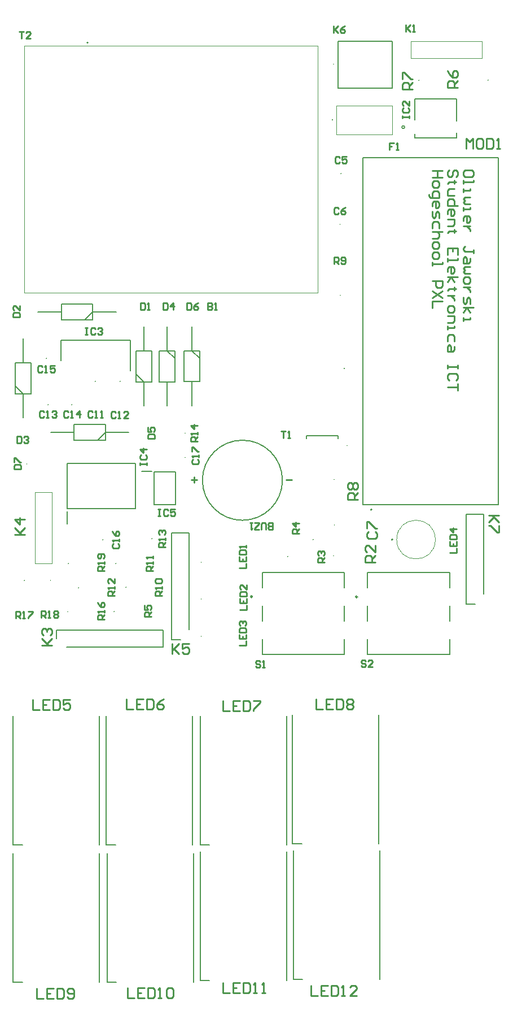
<source format=gbr>
%TF.GenerationSoftware,Altium Limited,Altium Designer,24.3.1 (35)*%
G04 Layer_Color=65535*
%FSLAX25Y25*%
%MOIN*%
%TF.SameCoordinates,1C50E6C9-DA4A-4B26-87AC-B265A0C711DB*%
%TF.FilePolarity,Positive*%
%TF.FileFunction,Legend,Top*%
%TF.Part,Single*%
G01*
G75*
%TA.AperFunction,NonConductor*%
%ADD50C,0.00787*%
%ADD51C,0.00394*%
%ADD52C,0.00500*%
%ADD53C,0.00600*%
%ADD54C,0.00984*%
%ADD55C,0.01000*%
D50*
X55197Y414890D02*
G03*
X55197Y414890I-197J0D01*
G01*
X199697Y465610D02*
G03*
X199697Y465610I-197J0D01*
G01*
X200166Y537390D02*
G03*
X200166Y537390I-197J0D01*
G01*
X199697Y507390D02*
G03*
X199697Y507390I-197J0D01*
G01*
X196197Y356933D02*
G03*
X196197Y356933I-197J0D01*
G01*
X246307Y592500D02*
G03*
X246307Y592500I-197J0D01*
G01*
X287087D02*
G03*
X287087Y592500I-197J0D01*
G01*
X230051Y321500D02*
G03*
X230839Y321500I394J0D01*
G01*
D02*
G03*
X230051Y321500I-394J0D01*
G01*
X183697Y321567D02*
G03*
X183697Y321567I-197J0D01*
G01*
X66264Y279000D02*
G03*
X66264Y279000I-197J0D01*
G01*
X195850Y312000D02*
G03*
X195850Y312000I-197J0D01*
G01*
X196307Y330000D02*
G03*
X196307Y330000I-197J0D01*
G01*
X168807Y311500D02*
G03*
X168807Y311500I-197J0D01*
G01*
X218394Y339185D02*
G03*
X218394Y339185I-394J0D01*
G01*
X67307Y307500D02*
G03*
X67307Y307500I-197J0D01*
G01*
X13197Y297390D02*
G03*
X13197Y297390I-197J0D01*
G01*
X39307Y307500D02*
G03*
X39307Y307500I-197J0D01*
G01*
X45264Y292993D02*
G03*
X45264Y292993I-197J0D01*
G01*
X202332Y422500D02*
G03*
X201938Y422500I-197J0D01*
G01*
D02*
G03*
X202332Y422500I197J0D01*
G01*
D02*
G03*
X201938Y422500I-197J0D01*
G01*
X88587Y322000D02*
G03*
X88587Y322000I-197J0D01*
G01*
X28697Y297390D02*
G03*
X28697Y297390I-197J0D01*
G01*
X73307Y293500D02*
G03*
X73307Y293500I-197J0D01*
G01*
X38807Y279000D02*
G03*
X38807Y279000I-197J0D01*
G01*
X59587Y321500D02*
G03*
X59587Y321500I-197J0D01*
G01*
X108087Y370000D02*
G03*
X108087Y370000I-197J0D01*
G01*
Y384310D02*
G03*
X108087Y384310I-197J0D01*
G01*
X41204Y401110D02*
G03*
X41204Y401110I-197J0D01*
G01*
X26296Y428567D02*
G03*
X26296Y428567I-197J0D01*
G01*
X69697Y414890D02*
G03*
X69697Y414890I-197J0D01*
G01*
X27197Y401110D02*
G03*
X27197Y401110I-197J0D01*
G01*
X194945Y569000D02*
G03*
X195339Y569000I197J0D01*
G01*
D02*
G03*
X194945Y569000I-197J0D01*
G01*
D02*
G03*
X195339Y569000I197J0D01*
G01*
X50106Y614591D02*
G03*
X50894Y614591I394J0D01*
G01*
D02*
G03*
X50106Y614591I-394J0D01*
G01*
X57492Y60508D02*
Y136492D01*
X6508Y60508D02*
Y136492D01*
Y60508D02*
X12000D01*
X112992D02*
Y136492D01*
X62008Y60508D02*
Y136492D01*
Y60508D02*
X67500D01*
X222992Y62008D02*
Y137992D01*
X172008Y62008D02*
Y137992D01*
Y62008D02*
X177500D01*
X167992Y61508D02*
Y137492D01*
X117008Y61508D02*
Y137492D01*
Y61508D02*
X122500D01*
X222492Y142008D02*
Y217992D01*
X171508Y142008D02*
Y217992D01*
Y142008D02*
X177000D01*
X57492Y141508D02*
Y217492D01*
X6508Y141508D02*
Y217492D01*
Y141508D02*
X12000D01*
X167992D02*
Y217492D01*
X117008Y141508D02*
Y217492D01*
Y141508D02*
X122500D01*
X112492D02*
Y217492D01*
X61508Y141508D02*
Y217492D01*
Y141508D02*
X67000D01*
X274283Y283361D02*
X279500D01*
X274283D02*
Y336314D01*
X284421D01*
Y289345D02*
Y336314D01*
X198370Y381055D02*
Y382630D01*
X179630D02*
X198370D01*
X179630Y381055D02*
Y382630D01*
X110421Y268500D02*
Y325469D01*
X100283D02*
X110421D01*
X100283Y262516D02*
Y325469D01*
Y262516D02*
X105500D01*
X215894Y253671D02*
X264319D01*
X215894Y293140D02*
Y302097D01*
Y273455D02*
Y282313D01*
Y253671D02*
Y262628D01*
Y302097D02*
X264319D01*
Y293140D02*
Y302097D01*
Y273455D02*
Y282313D01*
Y253671D02*
Y262628D01*
X153787Y253784D02*
X202213D01*
X153787Y293253D02*
Y302210D01*
Y273568D02*
Y282426D01*
Y253784D02*
Y262741D01*
Y302210D02*
X202213D01*
Y293253D02*
Y302210D01*
Y273568D02*
Y282426D01*
Y253784D02*
Y262741D01*
X38000Y258079D02*
X94969D01*
Y268217D01*
X32016D02*
X94969D01*
X32016Y263000D02*
Y268217D01*
X89701Y361420D02*
X102299D01*
Y342129D02*
Y361420D01*
X89701Y342129D02*
X102299D01*
X89701D02*
Y361420D01*
X82417Y361932D02*
X88323D01*
X38418Y330657D02*
Y338236D01*
X38300Y339614D02*
X78851D01*
Y366386D01*
X38300D02*
X78851D01*
X38300Y339614D02*
Y366386D01*
X112000Y400480D02*
Y414602D01*
Y432909D02*
Y447032D01*
Y432909D02*
X116626Y428283D01*
X107374Y432909D02*
X116626D01*
X107374Y414602D02*
Y432909D01*
Y414602D02*
X116626D01*
Y432909D01*
X83810Y432898D02*
Y447020D01*
Y400469D02*
Y414591D01*
X79184Y419217D02*
X83810Y414591D01*
X79184D02*
X88436D01*
Y432898D01*
X79184D02*
X88436D01*
X79184Y414591D02*
Y432898D01*
X42504Y380074D02*
X61008D01*
X42504D02*
Y389326D01*
X61008D01*
Y380074D02*
Y389326D01*
X56382Y380074D02*
X61008Y384700D01*
X74886D01*
X28626D02*
X42504D01*
X97500Y400469D02*
Y414591D01*
Y432898D02*
Y447020D01*
Y432898D02*
X102126Y428272D01*
X92874Y432898D02*
X102126D01*
X92874Y414591D02*
Y432898D01*
Y414591D02*
X102126D01*
Y432898D01*
X34679Y427000D02*
Y439205D01*
X75624D01*
Y421094D02*
Y439205D01*
X12500Y425829D02*
Y439951D01*
Y393400D02*
Y407522D01*
X7874Y412148D02*
X12500Y407522D01*
X7874D02*
X17126D01*
Y425829D01*
X7874D02*
X17126D01*
X7874Y407522D02*
Y425829D01*
X20980Y455716D02*
X35102D01*
X53409D02*
X67532D01*
X48783Y451090D02*
X53409Y455716D01*
Y451090D02*
Y460342D01*
X35102D02*
X53409D01*
X35102Y451090D02*
Y460342D01*
Y451090D02*
X53409D01*
X198445Y587827D02*
Y615386D01*
Y587827D02*
X230335D01*
Y615386D01*
X198445D02*
X230335D01*
D51*
X203567Y377000D02*
G03*
X203961Y377000I197J0D01*
G01*
D02*
G03*
X203567Y377000I-197J0D01*
G01*
X255917Y321500D02*
G03*
X233083Y321500I-11417J0D01*
G01*
D02*
G03*
X255917Y321500I11417J0D01*
G01*
X117551Y264266D02*
G03*
X117551Y264659I0J197D01*
G01*
D02*
G03*
X117551Y264266I0J-197D01*
G01*
Y308000D02*
G03*
X117551Y308394I0J197D01*
G01*
D02*
G03*
X117551Y308000I0J-197D01*
G01*
Y286133D02*
G03*
X117551Y286527I0J197D01*
G01*
D02*
G03*
X117551Y286133I0J-197D01*
G01*
X14551Y366000D02*
G03*
X14551Y366394I0J197D01*
G01*
D02*
G03*
X14551Y366000I0J-197D01*
G01*
X196083Y602000D02*
G03*
X195689Y602000I-197J0D01*
G01*
D02*
G03*
X196083Y602000I197J0D01*
G01*
X241516Y605579D02*
Y615421D01*
Y605579D02*
X283484D01*
Y615421D01*
X241516D02*
X283484D01*
X19579Y307516D02*
X29421D01*
Y349484D01*
X19579D02*
X29421D01*
X19579Y307516D02*
Y349484D01*
X197563Y560535D02*
Y577465D01*
Y560535D02*
X230437D01*
Y577465D01*
X197563D02*
X230437D01*
X13098Y612622D02*
X186327D01*
Y466953D02*
Y612622D01*
X13098Y466953D02*
X186327D01*
X13098D02*
Y612622D01*
D52*
X165584Y356500D02*
G03*
X165584Y356500I-23622J0D01*
G01*
X213039Y342138D02*
Y546862D01*
X292961D01*
Y342138D02*
Y546862D01*
X213039Y342138D02*
X292961D01*
D53*
X237800Y564800D02*
G03*
X237800Y564800I-800J0D01*
G01*
X268300Y568526D02*
Y581400D01*
X243700Y558400D02*
Y560790D01*
Y569210D02*
Y581400D01*
X268300D01*
Y558400D02*
Y561474D01*
X243700Y558400D02*
X268300D01*
D54*
X209890Y287726D02*
G03*
X209890Y287726I-492J0D01*
G01*
X147784Y287840D02*
G03*
X147784Y287840I-492J0D01*
G01*
D55*
X259997Y539000D02*
X253999D01*
X256998D01*
Y535001D01*
X259997D01*
X253999D01*
Y532002D02*
Y530003D01*
X254999Y529003D01*
X256998D01*
X257998Y530003D01*
Y532002D01*
X256998Y533002D01*
X254999D01*
X253999Y532002D01*
X252000Y525004D02*
Y524005D01*
X253000Y523005D01*
X257998D01*
Y526004D01*
X256998Y527004D01*
X254999D01*
X253999Y526004D01*
Y523005D01*
Y518007D02*
Y520006D01*
X254999Y521006D01*
X256998D01*
X257998Y520006D01*
Y518007D01*
X256998Y517007D01*
X255999D01*
Y521006D01*
X253999Y515008D02*
Y512009D01*
X254999Y511009D01*
X255999Y512009D01*
Y514008D01*
X256998Y515008D01*
X257998Y514008D01*
Y511009D01*
Y505011D02*
Y508010D01*
X256998Y509010D01*
X254999D01*
X253999Y508010D01*
Y505011D01*
X259997Y503012D02*
X253999D01*
X256998D01*
X257998Y502012D01*
Y500013D01*
X256998Y499013D01*
X253999D01*
Y496014D02*
Y494015D01*
X254999Y493015D01*
X256998D01*
X257998Y494015D01*
Y496014D01*
X256998Y497014D01*
X254999D01*
X253999Y496014D01*
Y490016D02*
Y488017D01*
X254999Y487017D01*
X256998D01*
X257998Y488017D01*
Y490016D01*
X256998Y491015D01*
X254999D01*
X253999Y490016D01*
Y485017D02*
Y483018D01*
Y484018D01*
X259997D01*
Y485017D01*
X253999Y474021D02*
X259997D01*
Y471022D01*
X258998Y470022D01*
X256998D01*
X255999Y471022D01*
Y474021D01*
X259997Y468023D02*
X253999Y464024D01*
X259997D02*
X253999Y468023D01*
X259997Y462025D02*
X253999D01*
Y458026D01*
X267998Y535501D02*
X268998Y536501D01*
Y538500D01*
X267998Y539500D01*
X266999D01*
X265999Y538500D01*
Y536501D01*
X264999Y535501D01*
X264000D01*
X263000Y536501D01*
Y538500D01*
X264000Y539500D01*
X267998Y532502D02*
X266999D01*
Y533502D01*
Y531503D01*
Y532502D01*
X264000D01*
X263000Y531503D01*
X266999Y528504D02*
X264000D01*
X263000Y527504D01*
Y524505D01*
X266999D01*
X268998Y518507D02*
X263000D01*
Y521506D01*
X264000Y522506D01*
X265999D01*
X266999Y521506D01*
Y518507D01*
X263000Y513508D02*
Y515508D01*
X264000Y516507D01*
X265999D01*
X266999Y515508D01*
Y513508D01*
X265999Y512509D01*
X264999D01*
Y516507D01*
X263000Y510509D02*
X266999D01*
Y507510D01*
X265999Y506511D01*
X263000D01*
X267998Y503512D02*
X266999D01*
Y504511D01*
Y502512D01*
Y503512D01*
X264000D01*
X263000Y502512D01*
X268998Y489516D02*
Y493515D01*
X263000D01*
Y489516D01*
X265999Y493515D02*
Y491515D01*
X263000Y487517D02*
Y485518D01*
Y486517D01*
X268998D01*
Y487517D01*
X263000Y479519D02*
Y481519D01*
X264000Y482518D01*
X265999D01*
X266999Y481519D01*
Y479519D01*
X265999Y478520D01*
X264999D01*
Y482518D01*
X263000Y476520D02*
X268998D01*
X264999D02*
X266999Y473521D01*
X264999Y476520D02*
X263000Y473521D01*
X267998Y469523D02*
X266999D01*
Y470522D01*
Y468523D01*
Y469523D01*
X264000D01*
X263000Y468523D01*
X266999Y465524D02*
X263000D01*
X264999D01*
X265999Y464524D01*
X266999Y463525D01*
Y462525D01*
X263000Y458526D02*
Y456527D01*
X264000Y455527D01*
X265999D01*
X266999Y456527D01*
Y458526D01*
X265999Y459526D01*
X264000D01*
X263000Y458526D01*
Y453528D02*
X266999D01*
Y450529D01*
X265999Y449529D01*
X263000D01*
Y447530D02*
Y445530D01*
Y446530D01*
X266999D01*
Y447530D01*
Y438533D02*
Y441532D01*
X265999Y442531D01*
X264000D01*
X263000Y441532D01*
Y438533D01*
X266999Y435534D02*
Y433534D01*
X265999Y432535D01*
X263000D01*
Y435534D01*
X264000Y436533D01*
X264999Y435534D01*
Y432535D01*
X268998Y424537D02*
Y422538D01*
Y423537D01*
X263000D01*
Y424537D01*
Y422538D01*
X267998Y415540D02*
X268998Y416540D01*
Y418539D01*
X267998Y419539D01*
X264000D01*
X263000Y418539D01*
Y416540D01*
X264000Y415540D01*
X268998Y413541D02*
Y409542D01*
Y411541D01*
X263000D01*
X278498Y536501D02*
Y538500D01*
X277498Y539500D01*
X273500D01*
X272500Y538500D01*
Y536501D01*
X273500Y535501D01*
X277498D01*
X278498Y536501D01*
X272500Y533502D02*
Y531503D01*
Y532502D01*
X278498D01*
Y533502D01*
X272500Y528504D02*
Y526504D01*
Y527504D01*
X276499D01*
Y528504D01*
Y523505D02*
X273500D01*
X272500Y522506D01*
X273500Y521506D01*
X272500Y520506D01*
X273500Y519507D01*
X276499D01*
X272500Y517507D02*
Y515508D01*
Y516507D01*
X276499D01*
Y517507D01*
X272500Y509510D02*
Y511509D01*
X273500Y512509D01*
X275499D01*
X276499Y511509D01*
Y509510D01*
X275499Y508510D01*
X274499D01*
Y512509D01*
X276499Y506511D02*
X272500D01*
X274499D01*
X275499Y505511D01*
X276499Y504511D01*
Y503512D01*
X278498Y490516D02*
Y492515D01*
Y491515D01*
X273500D01*
X272500Y492515D01*
Y493515D01*
X273500Y494515D01*
X276499Y487517D02*
Y485518D01*
X275499Y484518D01*
X272500D01*
Y487517D01*
X273500Y488517D01*
X274499Y487517D01*
Y484518D01*
X276499Y482518D02*
X273500D01*
X272500Y481519D01*
X273500Y480519D01*
X272500Y479519D01*
X273500Y478520D01*
X276499D01*
X272500Y475521D02*
Y473521D01*
X273500Y472522D01*
X275499D01*
X276499Y473521D01*
Y475521D01*
X275499Y476520D01*
X273500D01*
X272500Y475521D01*
X276499Y470522D02*
X272500D01*
X274499D01*
X275499Y469523D01*
X276499Y468523D01*
Y467523D01*
X272500Y464524D02*
Y461525D01*
X273500Y460526D01*
X274499Y461525D01*
Y463525D01*
X275499Y464524D01*
X276499Y463525D01*
Y460526D01*
X272500Y458526D02*
X278498D01*
X274499D02*
X276499Y455527D01*
X274499Y458526D02*
X272500Y455527D01*
Y452528D02*
Y450529D01*
Y451529D01*
X276499D01*
Y452528D01*
X111795Y356756D02*
X115137D01*
X113466Y358427D02*
Y355085D01*
X167918Y356755D02*
X171256D01*
X10168Y620999D02*
X12833D01*
X11501D01*
Y617001D01*
X16832D02*
X14166D01*
X16832Y619666D01*
Y620333D01*
X16166Y620999D01*
X14833D01*
X14166Y620333D01*
X164834Y385499D02*
X167500D01*
X166167D01*
Y381501D01*
X168833D02*
X170166D01*
X169499D01*
Y385499D01*
X168833Y384833D01*
X214834Y249833D02*
X214167Y250499D01*
X212834D01*
X212168Y249833D01*
Y249166D01*
X212834Y248500D01*
X214167D01*
X214834Y247834D01*
Y247167D01*
X214167Y246501D01*
X212834D01*
X212168Y247167D01*
X218832Y246501D02*
X216166D01*
X218832Y249166D01*
Y249833D01*
X218166Y250499D01*
X216833D01*
X216166Y249833D01*
X152500Y249330D02*
X151833Y249996D01*
X150501D01*
X149834Y249330D01*
Y248663D01*
X150501Y247997D01*
X151833D01*
X152500Y247331D01*
Y246664D01*
X151833Y245998D01*
X150501D01*
X149834Y246664D01*
X153833Y245998D02*
X155166D01*
X154499D01*
Y249996D01*
X153833Y249330D01*
X60499Y303002D02*
X56501D01*
Y305001D01*
X57167Y305667D01*
X58500D01*
X59166Y305001D01*
Y303002D01*
Y304334D02*
X60499Y305667D01*
Y307000D02*
Y308333D01*
Y307667D01*
X56501D01*
X57167Y307000D01*
X59833Y310333D02*
X60499Y310999D01*
Y312332D01*
X59833Y312998D01*
X57167D01*
X56501Y312332D01*
Y310999D01*
X57167Y310333D01*
X57834D01*
X58500Y310999D01*
Y312998D01*
X23002Y275501D02*
Y279499D01*
X25001D01*
X25667Y278833D01*
Y277500D01*
X25001Y276834D01*
X23002D01*
X24335D02*
X25667Y275501D01*
X27000D02*
X28333D01*
X27667D01*
Y279499D01*
X27000Y278833D01*
X30333D02*
X30999Y279499D01*
X32332D01*
X32998Y278833D01*
Y278166D01*
X32332Y277500D01*
X32998Y276834D01*
Y276167D01*
X32332Y275501D01*
X30999D01*
X30333Y276167D01*
Y276834D01*
X30999Y277500D01*
X30333Y278166D01*
Y278833D01*
X30999Y277500D02*
X32332D01*
X8002Y275001D02*
Y278999D01*
X10001D01*
X10667Y278333D01*
Y277000D01*
X10001Y276334D01*
X8002D01*
X9335D02*
X10667Y275001D01*
X12000D02*
X13333D01*
X12667D01*
Y278999D01*
X12000Y278333D01*
X15333Y278999D02*
X17998D01*
Y278333D01*
X15333Y275667D01*
Y275001D01*
X60499Y274502D02*
X56501D01*
Y276501D01*
X57167Y277167D01*
X58500D01*
X59166Y276501D01*
Y274502D01*
Y275834D02*
X60499Y277167D01*
Y278500D02*
Y279833D01*
Y279167D01*
X56501D01*
X57167Y278500D01*
X56501Y284498D02*
X57167Y283166D01*
X58500Y281833D01*
X59833D01*
X60499Y282499D01*
Y283832D01*
X59833Y284498D01*
X59166D01*
X58500Y283832D01*
Y281833D01*
X115499Y379502D02*
X111501D01*
Y381501D01*
X112167Y382167D01*
X113500D01*
X114166Y381501D01*
Y379502D01*
Y380835D02*
X115499Y382167D01*
Y383500D02*
Y384833D01*
Y384167D01*
X111501D01*
X112167Y383500D01*
X115499Y388832D02*
X111501D01*
X113500Y386833D01*
Y389498D01*
X96345Y317002D02*
X92346D01*
Y319001D01*
X93012Y319667D01*
X94345D01*
X95012Y319001D01*
Y317002D01*
Y318335D02*
X96345Y319667D01*
Y321000D02*
Y322333D01*
Y321667D01*
X92346D01*
X93012Y321000D01*
Y324333D02*
X92346Y324999D01*
Y326332D01*
X93012Y326998D01*
X93679D01*
X94345Y326332D01*
Y325665D01*
Y326332D01*
X95012Y326998D01*
X95678D01*
X96345Y326332D01*
Y324999D01*
X95678Y324333D01*
X66413Y288495D02*
X62414D01*
Y290494D01*
X63081Y291161D01*
X64413D01*
X65080Y290494D01*
Y288495D01*
Y289828D02*
X66413Y291161D01*
Y292494D02*
Y293826D01*
Y293160D01*
X62414D01*
X63081Y292494D01*
X66413Y298492D02*
Y295826D01*
X63747Y298492D01*
X63081D01*
X62414Y297825D01*
Y296492D01*
X63081Y295826D01*
X88999Y303168D02*
X85001D01*
Y305167D01*
X85667Y305834D01*
X87000D01*
X87666Y305167D01*
Y303168D01*
Y304501D02*
X88999Y305834D01*
Y307167D02*
Y308500D01*
Y307833D01*
X85001D01*
X85667Y307167D01*
X88999Y310499D02*
Y311832D01*
Y311165D01*
X85001D01*
X85667Y310499D01*
X94543Y288502D02*
X90544D01*
Y290501D01*
X91210Y291167D01*
X92543D01*
X93210Y290501D01*
Y288502D01*
Y289834D02*
X94543Y291167D01*
Y292500D02*
Y293833D01*
Y293167D01*
X90544D01*
X91210Y292500D01*
Y295833D02*
X90544Y296499D01*
Y297832D01*
X91210Y298498D01*
X93876D01*
X94543Y297832D01*
Y296499D01*
X93876Y295833D01*
X91210D01*
X196168Y484001D02*
Y487999D01*
X198167D01*
X198834Y487333D01*
Y486000D01*
X198167Y485334D01*
X196168D01*
X197501D02*
X198834Y484001D01*
X200167Y484667D02*
X200833Y484001D01*
X202166D01*
X202832Y484667D01*
Y487333D01*
X202166Y487999D01*
X200833D01*
X200167Y487333D01*
Y486666D01*
X200833Y486000D01*
X202832D01*
X209999Y345088D02*
X204001D01*
Y348087D01*
X205001Y349087D01*
X207000D01*
X208000Y348087D01*
Y345088D01*
Y347088D02*
X209999Y349087D01*
X205001Y351086D02*
X204001Y352086D01*
Y354085D01*
X205001Y355085D01*
X206000D01*
X207000Y354085D01*
X208000Y355085D01*
X208999D01*
X209999Y354085D01*
Y352086D01*
X208999Y351086D01*
X208000D01*
X207000Y352086D01*
X206000Y351086D01*
X205001D01*
X207000Y352086D02*
Y354085D01*
X242542Y587146D02*
X236544D01*
Y590145D01*
X237544Y591145D01*
X239543D01*
X240543Y590145D01*
Y587146D01*
Y589146D02*
X242542Y591145D01*
X236544Y593144D02*
Y597143D01*
X237544D01*
X241543Y593144D01*
X242542D01*
X269042Y588002D02*
X263044D01*
Y591001D01*
X264044Y592000D01*
X266043D01*
X267043Y591001D01*
Y588002D01*
Y590001D02*
X269042Y592000D01*
X263044Y597998D02*
X264044Y595999D01*
X266043Y594000D01*
X268043D01*
X269042Y594999D01*
Y596999D01*
X268043Y597998D01*
X267043D01*
X266043Y596999D01*
Y594000D01*
X87999Y276168D02*
X84001D01*
Y278167D01*
X84667Y278834D01*
X86000D01*
X86666Y278167D01*
Y276168D01*
Y277501D02*
X87999Y278834D01*
X84001Y282832D02*
Y280167D01*
X86000D01*
X85334Y281499D01*
Y282166D01*
X86000Y282832D01*
X87333D01*
X87999Y282166D01*
Y280833D01*
X87333Y280167D01*
X175499Y325168D02*
X171501D01*
Y327167D01*
X172167Y327834D01*
X173500D01*
X174167Y327167D01*
Y325168D01*
Y326501D02*
X175499Y327834D01*
Y331166D02*
X171501D01*
X173500Y329167D01*
Y331832D01*
X190499Y308168D02*
X186501D01*
Y310167D01*
X187167Y310834D01*
X188500D01*
X189166Y310167D01*
Y308168D01*
Y309501D02*
X190499Y310834D01*
X187167Y312167D02*
X186501Y312833D01*
Y314166D01*
X187167Y314832D01*
X187833D01*
X188500Y314166D01*
Y313499D01*
Y314166D01*
X189166Y314832D01*
X189833D01*
X190499Y314166D01*
Y312833D01*
X189833Y312167D01*
X220586Y308002D02*
X214588D01*
Y311001D01*
X215587Y312000D01*
X217587D01*
X218586Y311001D01*
Y308002D01*
Y310001D02*
X220586Y312000D01*
Y317998D02*
Y314000D01*
X216587Y317998D01*
X215587D01*
X214588Y316999D01*
Y314999D01*
X215587Y314000D01*
X274003Y552001D02*
Y557999D01*
X276003Y556000D01*
X278002Y557999D01*
Y552001D01*
X283000Y557999D02*
X281001D01*
X280001Y556999D01*
Y553001D01*
X281001Y552001D01*
X283000D01*
X284000Y553001D01*
Y556999D01*
X283000Y557999D01*
X285999D02*
Y552001D01*
X288998D01*
X289998Y553001D01*
Y556999D01*
X288998Y557999D01*
X285999D01*
X291997Y552001D02*
X293997D01*
X292997D01*
Y557999D01*
X291997Y556999D01*
X182504Y58499D02*
Y52501D01*
X186503D01*
X192501Y58499D02*
X188502D01*
Y52501D01*
X192501D01*
X188502Y55500D02*
X190502D01*
X194501Y58499D02*
Y52501D01*
X197500D01*
X198499Y53501D01*
Y57499D01*
X197500Y58499D01*
X194501D01*
X200499Y52501D02*
X202498D01*
X201498D01*
Y58499D01*
X200499Y57499D01*
X209496Y52501D02*
X205497D01*
X209496Y56500D01*
Y57499D01*
X208496Y58499D01*
X206497D01*
X205497Y57499D01*
X130404Y60168D02*
Y54170D01*
X134403D01*
X140401Y60168D02*
X136402D01*
Y54170D01*
X140401D01*
X136402Y57169D02*
X138401D01*
X142400Y60168D02*
Y54170D01*
X145399D01*
X146399Y55170D01*
Y59169D01*
X145399Y60168D01*
X142400D01*
X148398Y54170D02*
X150398D01*
X149398D01*
Y60168D01*
X148398Y59169D01*
X153397Y54170D02*
X155396D01*
X154396D01*
Y60168D01*
X153397Y59169D01*
X74004Y56999D02*
Y51001D01*
X78003D01*
X84001Y56999D02*
X80002D01*
Y51001D01*
X84001D01*
X80002Y54000D02*
X82002D01*
X86001Y56999D02*
Y51001D01*
X88999D01*
X89999Y52001D01*
Y55999D01*
X88999Y56999D01*
X86001D01*
X91999Y51001D02*
X93998D01*
X92998D01*
Y56999D01*
X91999Y55999D01*
X96997D02*
X97997Y56999D01*
X99996D01*
X100996Y55999D01*
Y52001D01*
X99996Y51001D01*
X97997D01*
X96997Y52001D01*
Y55999D01*
X20504Y56650D02*
Y50652D01*
X24502D01*
X30500Y56650D02*
X26502D01*
Y50652D01*
X30500D01*
X26502Y53651D02*
X28501D01*
X32500Y56650D02*
Y50652D01*
X35499D01*
X36498Y51651D01*
Y55650D01*
X35499Y56650D01*
X32500D01*
X38498Y51651D02*
X39497Y50652D01*
X41497D01*
X42496Y51651D01*
Y55650D01*
X41497Y56650D01*
X39497D01*
X38498Y55650D01*
Y54650D01*
X39497Y53651D01*
X42496D01*
X185504Y227499D02*
Y221501D01*
X189502D01*
X195500Y227499D02*
X191502D01*
Y221501D01*
X195500D01*
X191502Y224500D02*
X193501D01*
X197500Y227499D02*
Y221501D01*
X200499D01*
X201498Y222501D01*
Y226499D01*
X200499Y227499D01*
X197500D01*
X203498Y226499D02*
X204497Y227499D01*
X206497D01*
X207497Y226499D01*
Y225500D01*
X206497Y224500D01*
X207497Y223500D01*
Y222501D01*
X206497Y221501D01*
X204497D01*
X203498Y222501D01*
Y223500D01*
X204497Y224500D01*
X203498Y225500D01*
Y226499D01*
X204497Y224500D02*
X206497D01*
X130504Y226499D02*
Y220501D01*
X134502D01*
X140500Y226499D02*
X136502D01*
Y220501D01*
X140500D01*
X136502Y223500D02*
X138501D01*
X142500Y226499D02*
Y220501D01*
X145499D01*
X146498Y221501D01*
Y225499D01*
X145499Y226499D01*
X142500D01*
X148498D02*
X152497D01*
Y225499D01*
X148498Y221501D01*
Y220501D01*
X73353Y227499D02*
Y221501D01*
X77352D01*
X83350Y227499D02*
X79351D01*
Y221501D01*
X83350D01*
X79351Y224500D02*
X81350D01*
X85349Y227499D02*
Y221501D01*
X88348D01*
X89348Y222501D01*
Y226499D01*
X88348Y227499D01*
X85349D01*
X95346D02*
X93347Y226499D01*
X91347Y224500D01*
Y222501D01*
X92347Y221501D01*
X94346D01*
X95346Y222501D01*
Y223500D01*
X94346Y224500D01*
X91347D01*
X18004Y226999D02*
Y221001D01*
X22002D01*
X28000Y226999D02*
X24002D01*
Y221001D01*
X28000D01*
X24002Y224000D02*
X26001D01*
X30000Y226999D02*
Y221001D01*
X32999D01*
X33998Y222001D01*
Y225999D01*
X32999Y226999D01*
X30000D01*
X39996D02*
X35998D01*
Y224000D01*
X37997Y225000D01*
X38997D01*
X39996Y224000D01*
Y222001D01*
X38997Y221001D01*
X36997D01*
X35998Y222001D01*
X264501Y313669D02*
X268499D01*
Y316335D01*
X264501Y320334D02*
Y317668D01*
X268499D01*
Y320334D01*
X266500Y317668D02*
Y319001D01*
X264501Y321667D02*
X268499D01*
Y323666D01*
X267833Y324332D01*
X265167D01*
X264501Y323666D01*
Y321667D01*
X268499Y327664D02*
X264501D01*
X266500Y325665D01*
Y328331D01*
X140001Y258935D02*
X143999D01*
Y261601D01*
X140001Y265599D02*
Y262933D01*
X143999D01*
Y265599D01*
X142000Y262933D02*
Y264266D01*
X140001Y266932D02*
X143999D01*
Y268932D01*
X143333Y269598D01*
X140667D01*
X140001Y268932D01*
Y266932D01*
X140667Y270931D02*
X140001Y271597D01*
Y272930D01*
X140667Y273597D01*
X141333D01*
X142000Y272930D01*
Y272264D01*
Y272930D01*
X142666Y273597D01*
X143333D01*
X143999Y272930D01*
Y271597D01*
X143333Y270931D01*
X140501Y280169D02*
X144499D01*
Y282835D01*
X140501Y286834D02*
Y284168D01*
X144499D01*
Y286834D01*
X142500Y284168D02*
Y285501D01*
X140501Y288166D02*
X144499D01*
Y290166D01*
X143833Y290832D01*
X141167D01*
X140501Y290166D01*
Y288166D01*
X144499Y294831D02*
Y292165D01*
X141833Y294831D01*
X141167D01*
X140501Y294164D01*
Y292832D01*
X141167Y292165D01*
X140001Y304836D02*
X143999D01*
Y307501D01*
X140001Y311500D02*
Y308834D01*
X143999D01*
Y311500D01*
X142000Y308834D02*
Y310167D01*
X140001Y312833D02*
X143999D01*
Y314832D01*
X143333Y315499D01*
X140667D01*
X140001Y314832D01*
Y312833D01*
X143999Y316832D02*
Y318164D01*
Y317498D01*
X140001D01*
X140667Y316832D01*
X293499Y335844D02*
X287501D01*
X289500D01*
X293499Y331845D01*
X290500Y334844D01*
X287501Y331845D01*
X293499Y329846D02*
Y325847D01*
X292499D01*
X288501Y329846D01*
X287501D01*
X195668Y624499D02*
Y620501D01*
Y621834D01*
X198334Y624499D01*
X196334Y622500D01*
X198334Y620501D01*
X202332Y624499D02*
X200999Y623833D01*
X199667Y622500D01*
Y621167D01*
X200333Y620501D01*
X201666D01*
X202332Y621167D01*
Y621834D01*
X201666Y622500D01*
X199667D01*
X100502Y259999D02*
Y254001D01*
Y256000D01*
X104500Y259999D01*
X101501Y257000D01*
X104500Y254001D01*
X110498Y259999D02*
X106500D01*
Y257000D01*
X108499Y258000D01*
X109499D01*
X110498Y257000D01*
Y255001D01*
X109499Y254001D01*
X107499D01*
X106500Y255001D01*
X7501Y324502D02*
X13499D01*
X11500D01*
X7501Y328500D01*
X10500Y325501D01*
X13499Y328500D01*
Y333499D02*
X7501D01*
X10500Y330500D01*
Y334498D01*
X23501Y259002D02*
X29499D01*
X27500D01*
X23501Y263000D01*
X26500Y260001D01*
X29499Y263000D01*
X24501Y265000D02*
X23501Y265999D01*
Y267999D01*
X24501Y268998D01*
X25500D01*
X26500Y267999D01*
Y266999D01*
Y267999D01*
X27500Y268998D01*
X28499D01*
X29499Y267999D01*
Y265999D01*
X28499Y265000D01*
X238334Y624999D02*
Y621001D01*
Y622334D01*
X241000Y624999D01*
X239001Y623000D01*
X241000Y621001D01*
X242333D02*
X243666D01*
X242999D01*
Y624999D01*
X242333Y624333D01*
X92002Y339274D02*
X93335D01*
X92668D01*
Y335275D01*
X92002D01*
X93335D01*
X98000Y338608D02*
X97333Y339274D01*
X96000D01*
X95334Y338608D01*
Y335942D01*
X96000Y335275D01*
X97333D01*
X98000Y335942D01*
X101998Y339274D02*
X99333D01*
Y337275D01*
X100665Y337941D01*
X101332D01*
X101998Y337275D01*
Y335942D01*
X101332Y335275D01*
X99999D01*
X99333Y335942D01*
X81501Y365502D02*
Y366834D01*
Y366168D01*
X85499D01*
Y365502D01*
Y366834D01*
X82167Y371500D02*
X81501Y370833D01*
Y369500D01*
X82167Y368834D01*
X84833D01*
X85499Y369500D01*
Y370833D01*
X84833Y371500D01*
X85499Y374832D02*
X81501D01*
X83500Y372833D01*
Y375498D01*
X49002Y446499D02*
X50335D01*
X49668D01*
Y442501D01*
X49002D01*
X50335D01*
X55000Y445833D02*
X54333Y446499D01*
X53000D01*
X52334Y445833D01*
Y443167D01*
X53000Y442501D01*
X54333D01*
X55000Y443167D01*
X56333Y445833D02*
X56999Y446499D01*
X58332D01*
X58998Y445833D01*
Y445166D01*
X58332Y444500D01*
X57665D01*
X58332D01*
X58998Y443834D01*
Y443167D01*
X58332Y442501D01*
X56999D01*
X56333Y443167D01*
X236501Y570002D02*
Y571335D01*
Y570668D01*
X240499D01*
Y570002D01*
Y571335D01*
X237167Y576000D02*
X236501Y575333D01*
Y574000D01*
X237167Y573334D01*
X239833D01*
X240499Y574000D01*
Y575333D01*
X239833Y576000D01*
X240499Y579998D02*
Y577333D01*
X237834Y579998D01*
X237167D01*
X236501Y579332D01*
Y577999D01*
X237167Y577333D01*
X231500Y555499D02*
X228834D01*
Y553500D01*
X230167D01*
X228834D01*
Y551501D01*
X232833D02*
X234166D01*
X233499D01*
Y555499D01*
X232833Y554833D01*
X7001Y363168D02*
X10999D01*
Y365167D01*
X10333Y365834D01*
X7667D01*
X7001Y365167D01*
Y363168D01*
Y367166D02*
Y369832D01*
X7667D01*
X10333Y367166D01*
X10999D01*
X109168Y460999D02*
Y457001D01*
X111167D01*
X111834Y457667D01*
Y460333D01*
X111167Y460999D01*
X109168D01*
X115832D02*
X114499Y460333D01*
X113166Y459000D01*
Y457667D01*
X113833Y457001D01*
X115166D01*
X115832Y457667D01*
Y458334D01*
X115166Y459000D01*
X113166D01*
X86001Y381168D02*
X89999D01*
Y383167D01*
X89333Y383834D01*
X86667D01*
X86001Y383167D01*
Y381168D01*
Y387832D02*
Y385167D01*
X88000D01*
X87334Y386499D01*
Y387166D01*
X88000Y387832D01*
X89333D01*
X89999Y387166D01*
Y385833D01*
X89333Y385167D01*
X95168Y460999D02*
Y457001D01*
X97167D01*
X97834Y457667D01*
Y460333D01*
X97167Y460999D01*
X95168D01*
X101166Y457001D02*
Y460999D01*
X99167Y459000D01*
X101832D01*
X8668Y382430D02*
Y378432D01*
X10667D01*
X11333Y379098D01*
Y381764D01*
X10667Y382430D01*
X8668D01*
X12666Y381764D02*
X13333Y382430D01*
X14666D01*
X15332Y381764D01*
Y381098D01*
X14666Y380431D01*
X13999D01*
X14666D01*
X15332Y379765D01*
Y379098D01*
X14666Y378432D01*
X13333D01*
X12666Y379098D01*
X6501Y452883D02*
X10499D01*
Y454883D01*
X9833Y455549D01*
X7167D01*
X6501Y454883D01*
Y452883D01*
X10499Y459548D02*
Y456882D01*
X7834Y459548D01*
X7167D01*
X6501Y458881D01*
Y457548D01*
X7167Y456882D01*
X81834Y460999D02*
Y457001D01*
X83834D01*
X84500Y457667D01*
Y460333D01*
X83834Y460999D01*
X81834D01*
X85833Y457001D02*
X87166D01*
X86499D01*
Y460999D01*
X85833Y460333D01*
X112667Y368667D02*
X112001Y368001D01*
Y366668D01*
X112667Y366002D01*
X115333D01*
X115999Y366668D01*
Y368001D01*
X115333Y368667D01*
X115999Y370000D02*
Y371333D01*
Y370667D01*
X112001D01*
X112667Y370000D01*
X112001Y373333D02*
Y375998D01*
X112667D01*
X115333Y373333D01*
X115999D01*
X65624Y319167D02*
X64957Y318501D01*
Y317168D01*
X65624Y316502D01*
X68290D01*
X68956Y317168D01*
Y318501D01*
X68290Y319167D01*
X68956Y320500D02*
Y321833D01*
Y321167D01*
X64957D01*
X65624Y320500D01*
X64957Y326498D02*
X65624Y325166D01*
X66957Y323833D01*
X68290D01*
X68956Y324499D01*
Y325832D01*
X68290Y326498D01*
X67623D01*
X66957Y325832D01*
Y323833D01*
X23667Y423333D02*
X23001Y423999D01*
X21668D01*
X21002Y423333D01*
Y420667D01*
X21668Y420001D01*
X23001D01*
X23667Y420667D01*
X25000Y420001D02*
X26333D01*
X25667D01*
Y423999D01*
X25000Y423333D01*
X30998Y423999D02*
X28333D01*
Y422000D01*
X29665Y422666D01*
X30332D01*
X30998Y422000D01*
Y420667D01*
X30332Y420001D01*
X28999D01*
X28333Y420667D01*
X39174Y396877D02*
X38508Y397544D01*
X37175D01*
X36509Y396877D01*
Y394211D01*
X37175Y393545D01*
X38508D01*
X39174Y394211D01*
X40507Y393545D02*
X41840D01*
X41174D01*
Y397544D01*
X40507Y396877D01*
X45839Y393545D02*
Y397544D01*
X43839Y395544D01*
X46505D01*
X24667Y396833D02*
X24001Y397499D01*
X22668D01*
X22002Y396833D01*
Y394167D01*
X22668Y393501D01*
X24001D01*
X24667Y394167D01*
X26000Y393501D02*
X27333D01*
X26667D01*
Y397499D01*
X26000Y396833D01*
X29333D02*
X29999Y397499D01*
X31332D01*
X31998Y396833D01*
Y396166D01*
X31332Y395500D01*
X30665D01*
X31332D01*
X31998Y394834D01*
Y394167D01*
X31332Y393501D01*
X29999D01*
X29333Y394167D01*
X67167Y396377D02*
X66501Y397044D01*
X65168D01*
X64502Y396377D01*
Y393711D01*
X65168Y393045D01*
X66501D01*
X67167Y393711D01*
X68500Y393045D02*
X69833D01*
X69167D01*
Y397044D01*
X68500Y396377D01*
X74498Y393045D02*
X71833D01*
X74498Y395711D01*
Y396377D01*
X73832Y397044D01*
X72499D01*
X71833Y396377D01*
X53334Y396833D02*
X52667Y397499D01*
X51335D01*
X50668Y396833D01*
Y394167D01*
X51335Y393501D01*
X52667D01*
X53334Y394167D01*
X54667Y393501D02*
X56000D01*
X55333D01*
Y397499D01*
X54667Y396833D01*
X57999Y393501D02*
X59332D01*
X58666D01*
Y397499D01*
X57999Y396833D01*
X216501Y326000D02*
X215501Y325001D01*
Y323001D01*
X216501Y322002D01*
X220499D01*
X221499Y323001D01*
Y325001D01*
X220499Y326000D01*
X215501Y328000D02*
Y331998D01*
X216501D01*
X220499Y328000D01*
X221499D01*
X198834Y516833D02*
X198167Y517499D01*
X196834D01*
X196168Y516833D01*
Y514167D01*
X196834Y513501D01*
X198167D01*
X198834Y514167D01*
X202832Y517499D02*
X201499Y516833D01*
X200167Y515500D01*
Y514167D01*
X200833Y513501D01*
X202166D01*
X202832Y514167D01*
Y514834D01*
X202166Y515500D01*
X200167D01*
X199303Y546833D02*
X198637Y547499D01*
X197304D01*
X196637Y546833D01*
Y544167D01*
X197304Y543501D01*
X198637D01*
X199303Y544167D01*
X203302Y547499D02*
X200636D01*
Y545500D01*
X201969Y546166D01*
X202635D01*
X203302Y545500D01*
Y544167D01*
X202635Y543501D01*
X201302D01*
X200636Y544167D01*
X159626Y327501D02*
Y331499D01*
X157627D01*
X156960Y330833D01*
Y330166D01*
X157627Y329500D01*
X159626D01*
X157627D01*
X156960Y328834D01*
Y328167D01*
X157627Y327501D01*
X159626D01*
X155627D02*
Y330833D01*
X154961Y331499D01*
X153628D01*
X152961Y330833D01*
Y327501D01*
X151628D02*
X148963D01*
Y328167D01*
X151628Y330833D01*
Y331499D01*
X148963D01*
X147630D02*
X146297D01*
X146963D01*
Y327501D01*
X147630Y328167D01*
X121334Y460999D02*
Y457001D01*
X123334D01*
X124000Y457667D01*
Y458334D01*
X123334Y459000D01*
X121334D01*
X123334D01*
X124000Y459666D01*
Y460333D01*
X123334Y460999D01*
X121334D01*
X125333Y457001D02*
X126666D01*
X125999D01*
Y460999D01*
X125333Y460333D01*
%TF.MD5,99f3bf54c75d998b209f6999c7b41f46*%
M02*

</source>
